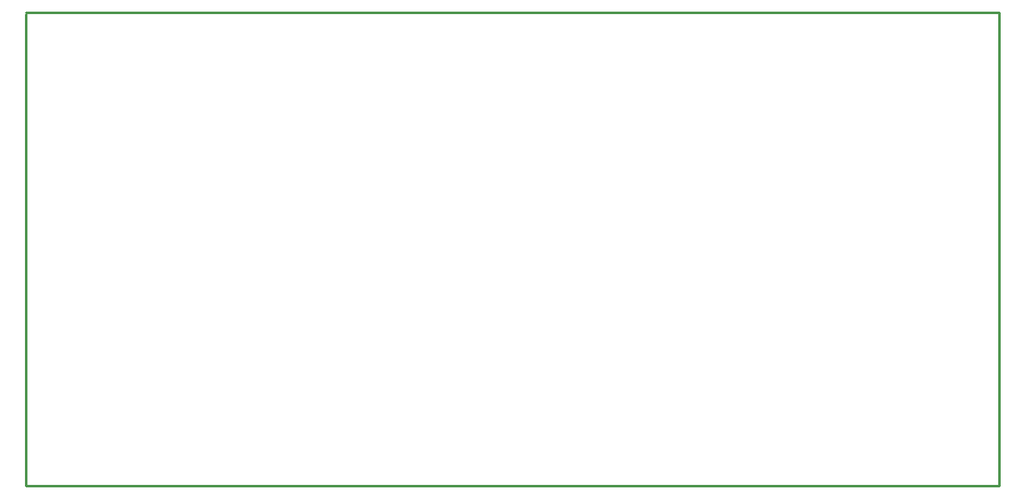
<source format=gko>
G04 Layer: BoardOutlineLayer*
G04 EasyEDA v6.5.50, 2025-05-10 15:04:30*
G04 589a746eefd949a0af088bb8152ad38e,9a905054fedc498b9ef7db2e0bce7d6d,10*
G04 Gerber Generator version 0.2*
G04 Scale: 100 percent, Rotated: No, Reflected: No *
G04 Dimensions in millimeters *
G04 leading zeros omitted , absolute positions ,4 integer and 5 decimal *
%FSLAX45Y45*%
%MOMM*%

%ADD10C,0.2540*%
%ADD11C,0.0188*%
D10*
X0Y9906000D02*
G01*
X9906000Y9906000D01*
X9906000Y5080000D01*
X0Y5080000D01*
X0Y9893300D01*

%LPD*%
M02*

</source>
